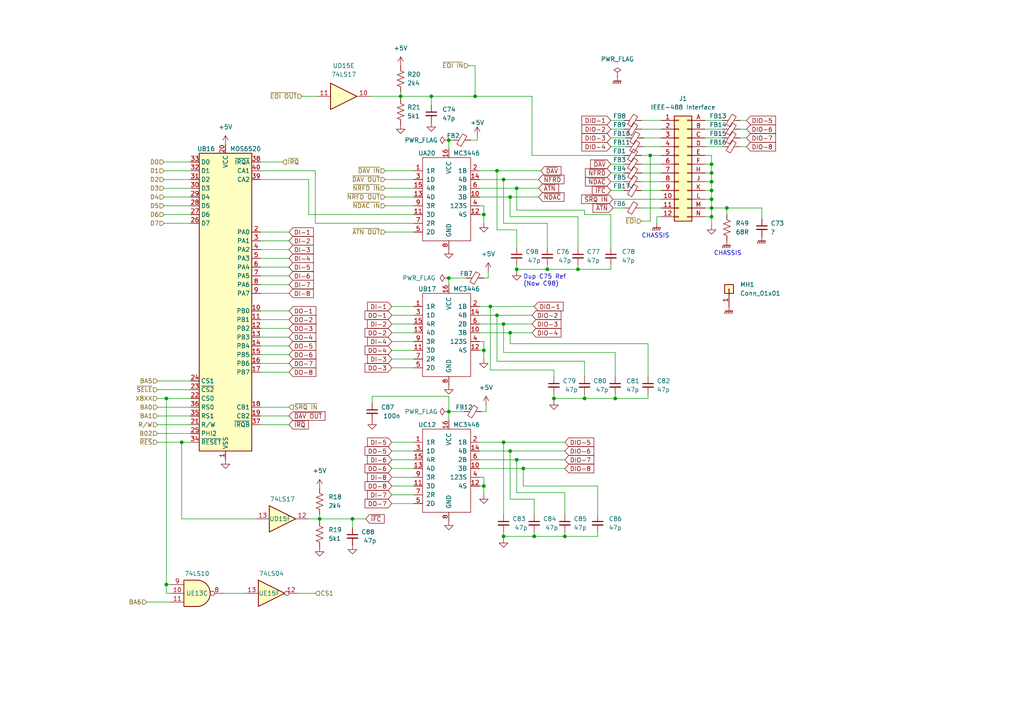
<source format=kicad_sch>
(kicad_sch (version 20250114) (generator "eeschema") (generator_version "9.0")
  (paper "A4")
  (title_block (title "IEEE 488 Interface") (rev "E") (company "Commodore") (comment 1 "Logic Diagram Universal PET") (comment 2 "8032081-02") (comment 3 "http://www.zimmers.net/anonftp/pub/cbm/schematics/computers/pet/univ/8032081-02.gif"))
  (text "CHASSIS" (at 207.01 74.295 0) (effects (font (size 1.27 1.27)) (justify left bottom)))
  (text "CHASSIS" (at 186.055 69.215 0) (effects (font (size 1.27 1.27)) (justify left bottom)))
  (text "Dup C75 Ref\n(Now C98)" (at 151.765 83.185 0) (effects (font (size 1.27 1.27)) (justify left bottom)))
  (junction (at 140.335 140.97))
  (junction (at 188.595 45.085))
  (junction (at 146.05 52.07))
  (junction (at 92.71 150.495))
  (junction (at 206.375 55.245))
  (junction (at 137.795 27.94))
  (junction (at 144.145 49.53))
  (junction (at 147.955 130.81))
  (junction (at 146.05 155.575))
  (junction (at 144.145 91.44))
  (junction (at 116.205 27.94))
  (junction (at 149.86 78.105))
  (junction (at 48.26 115.57))
  (junction (at 130.175 40.64))
  (junction (at 178.435 115.57))
  (junction (at 142.24 88.9))
  (junction (at 149.86 54.61))
  (junction (at 160.655 115.57))
  (junction (at 206.375 60.325))
  (junction (at 140.335 101.6))
  (junction (at 147.955 57.15))
  (junction (at 125.095 27.94))
  (junction (at 151.765 135.89))
  (junction (at 130.175 119.38))
  (junction (at 48.26 169.545))
  (junction (at 146.05 93.98))
  (junction (at 52.705 128.27))
  (junction (at 206.375 52.705))
  (junction (at 167.64 78.105))
  (junction (at 102.235 150.495))
  (junction (at 130.175 80.645))
  (junction (at 146.05 128.27))
  (junction (at 163.83 155.575))
  (junction (at 149.86 133.35))
  (junction (at 158.75 78.105))
  (junction (at 140.335 62.23))
  (junction (at 206.375 62.865))
  (junction (at 206.375 57.785))
  (junction (at 154.94 155.575))
  (junction (at 206.375 50.165))
  (junction (at 210.82 60.325))
  (junction (at 206.375 47.625))
  (junction (at 147.955 96.52))
  (junction (at 169.545 115.57))
  (wire (pts (xy 147.955 57.15) (xy 156.21 57.15)))
  (wire (pts (xy 75.565 118.11) (xy 83.82 118.11)))
  (wire (pts (xy 75.565 102.87) (xy 83.82 102.87)))
  (wire (pts (xy 139.065 91.44) (xy 144.145 91.44)))
  (wire (pts (xy 75.565 107.95) (xy 83.82 107.95)))
  (wire (pts (xy 147.955 130.81) (xy 147.955 144.78)))
  (wire (pts (xy 113.665 101.6) (xy 120.015 101.6)))
  (wire (pts (xy 47.625 57.15) (xy 55.245 57.15)))
  (wire (pts (xy 49.53 172.085) (xy 48.26 172.085)))
  (wire (pts (xy 113.665 130.81) (xy 120.015 130.81)))
  (wire (pts (xy 47.625 49.53) (xy 55.245 49.53)))
  (wire (pts (xy 113.665 99.06) (xy 120.015 99.06)))
  (wire (pts (xy 47.625 59.69) (xy 55.245 59.69)))
  (wire (pts (xy 177.165 71.755) (xy 177.165 62.23)))
  (wire (pts (xy 163.83 142.875) (xy 149.86 142.875)))
  (wire (pts (xy 160.655 107.315) (xy 142.24 107.315)))
  (wire (pts (xy 158.75 64.77) (xy 146.05 64.77)))
  (wire (pts (xy 138.43 40.64) (xy 138.43 39.37)))
  (wire (pts (xy 75.565 49.53) (xy 91.44 49.53)))
  (wire (pts (xy 158.75 76.835) (xy 158.75 78.105)))
  (wire (pts (xy 209.55 37.465) (xy 204.47 37.465)))
  (wire (pts (xy 75.565 105.41) (xy 83.82 105.41)))
  (wire (pts (xy 113.665 140.97) (xy 120.015 140.97)))
  (wire (pts (xy 160.655 114.3) (xy 160.655 115.57)))
  (wire (pts (xy 42.545 174.625) (xy 49.53 174.625)))
  (wire (pts (xy 206.375 60.325) (xy 206.375 62.865)))
  (wire (pts (xy 139.065 49.53) (xy 144.145 49.53)))
  (wire (pts (xy 113.665 143.51) (xy 120.015 143.51)))
  (wire (pts (xy 75.565 123.19) (xy 83.82 123.19)))
  (wire (pts (xy 147.955 62.865) (xy 147.955 57.15)))
  (wire (pts (xy 220.98 63.5) (xy 220.98 60.325)))
  (wire (pts (xy 149.86 66.675) (xy 149.86 71.755)))
  (wire (pts (xy 75.565 82.55) (xy 83.82 82.55)))
  (wire (pts (xy 139.065 62.23) (xy 140.335 62.23)))
  (wire (pts (xy 177.165 34.925) (xy 180.975 34.925)))
  (wire (pts (xy 75.565 90.17) (xy 83.82 90.17)))
  (wire (pts (xy 47.625 46.99) (xy 55.245 46.99)))
  (wire (pts (xy 209.55 40.005) (xy 204.47 40.005)))
  (wire (pts (xy 149.86 133.35) (xy 149.86 142.875)))
  (wire (pts (xy 149.86 76.835) (xy 149.86 78.105)))
  (wire (pts (xy 141.605 78.74) (xy 141.605 80.645)))
  (wire (pts (xy 113.665 128.27) (xy 120.015 128.27)))
  (wire (pts (xy 45.72 123.19) (xy 55.245 123.19)))
  (wire (pts (xy 75.565 46.99) (xy 81.915 46.99)))
  (wire (pts (xy 134.62 119.38) (xy 130.175 119.38)))
  (wire (pts (xy 142.24 88.9) (xy 142.24 107.315)))
  (wire (pts (xy 177.165 50.165) (xy 180.975 50.165)))
  (wire (pts (xy 116.205 26.67) (xy 116.205 27.94)))
  (wire (pts (xy 113.665 133.35) (xy 120.015 133.35)))
  (wire (pts (xy 204.47 55.245) (xy 206.375 55.245)))
  (wire (pts (xy 139.065 140.97) (xy 140.335 140.97)))
  (wire (pts (xy 87.63 27.94) (xy 92.075 27.94)))
  (wire (pts (xy 147.955 99.695) (xy 147.955 96.52)))
  (wire (pts (xy 177.165 37.465) (xy 180.975 37.465)))
  (wire (pts (xy 140.335 59.69) (xy 139.065 59.69)))
  (wire (pts (xy 204.47 62.865) (xy 206.375 62.865)))
  (wire (pts (xy 102.235 150.495) (xy 106.045 150.495)))
  (wire (pts (xy 113.665 93.98) (xy 120.015 93.98)))
  (wire (pts (xy 169.545 60.96) (xy 149.86 60.96)))
  (wire (pts (xy 186.055 52.705) (xy 191.77 52.705)))
  (wire (pts (xy 178.435 102.235) (xy 146.05 102.235)))
  (wire (pts (xy 130.175 119.38) (xy 130.175 121.92)))
  (wire (pts (xy 125.095 27.94) (xy 137.795 27.94)))
  (wire (pts (xy 149.86 78.105) (xy 149.86 78.74)))
  (wire (pts (xy 206.375 50.165) (xy 206.375 52.705)))
  (wire (pts (xy 111.76 67.31) (xy 120.015 67.31)))
  (wire (pts (xy 149.86 66.675) (xy 144.145 66.675)))
  (wire (pts (xy 52.705 128.27) (xy 55.245 128.27)))
  (wire (pts (xy 177.165 42.545) (xy 181.61 42.545)))
  (wire (pts (xy 139.065 52.07) (xy 146.05 52.07)))
  (wire (pts (xy 178.435 115.57) (xy 187.96 115.57)))
  (wire (pts (xy 173.355 154.305) (xy 173.355 155.575)))
  (wire (pts (xy 113.665 138.43) (xy 120.015 138.43)))
  (wire (pts (xy 146.05 102.235) (xy 146.05 93.98)))
  (wire (pts (xy 75.565 92.71) (xy 83.82 92.71)))
  (wire (pts (xy 163.83 154.305) (xy 163.83 155.575)))
  (wire (pts (xy 147.955 130.81) (xy 139.065 130.81)))
  (wire (pts (xy 163.83 155.575) (xy 173.355 155.575)))
  (wire (pts (xy 206.375 60.325) (xy 210.82 60.325)))
  (wire (pts (xy 91.44 49.53) (xy 91.44 64.77)))
  (wire (pts (xy 140.335 101.6) (xy 140.335 99.06)))
  (wire (pts (xy 113.665 135.89) (xy 120.015 135.89)))
  (wire (pts (xy 149.86 78.105) (xy 158.75 78.105)))
  (wire (pts (xy 75.565 85.09) (xy 83.82 85.09)))
  (wire (pts (xy 177.8 57.785) (xy 191.77 57.785)))
  (wire (pts (xy 206.375 47.625) (xy 206.375 50.165)))
  (wire (pts (xy 130.175 114.935) (xy 130.175 119.38)))
  (wire (pts (xy 140.97 119.38) (xy 139.7 119.38)))
  (wire (pts (xy 177.165 76.835) (xy 177.165 78.105)))
  (wire (pts (xy 169.545 104.775) (xy 169.545 109.22)))
  (wire (pts (xy 146.05 93.98) (xy 154.305 93.98)))
  (wire (pts (xy 113.665 88.9) (xy 120.015 88.9)))
  (wire (pts (xy 45.72 118.11) (xy 55.245 118.11)))
  (wire (pts (xy 154.94 155.575) (xy 163.83 155.575)))
  (wire (pts (xy 89.535 62.23) (xy 89.535 52.07)))
  (wire (pts (xy 163.83 133.35) (xy 149.86 133.35)))
  (wire (pts (xy 139.065 101.6) (xy 140.335 101.6)))
  (wire (pts (xy 204.47 42.545) (xy 209.55 42.545)))
  (wire (pts (xy 206.375 52.705) (xy 206.375 55.245)))
  (wire (pts (xy 111.76 54.61) (xy 120.015 54.61)))
  (wire (pts (xy 167.64 71.755) (xy 167.64 62.865)))
  (wire (pts (xy 204.47 52.705) (xy 206.375 52.705)))
  (wire (pts (xy 139.065 96.52) (xy 147.955 96.52)))
  (wire (pts (xy 206.375 57.785) (xy 206.375 60.325)))
  (wire (pts (xy 139.065 57.15) (xy 147.955 57.15)))
  (wire (pts (xy 113.665 106.68) (xy 120.015 106.68)))
  (wire (pts (xy 154.94 144.78) (xy 154.94 149.225)))
  (wire (pts (xy 45.72 125.73) (xy 55.245 125.73)))
  (wire (pts (xy 187.96 109.22) (xy 187.96 99.695)))
  (wire (pts (xy 75.565 97.79) (xy 83.82 97.79)))
  (wire (pts (xy 167.64 62.865) (xy 147.955 62.865)))
  (wire (pts (xy 214.63 40.005) (xy 216.535 40.005)))
  (wire (pts (xy 116.205 27.94) (xy 116.205 28.575)))
  (wire (pts (xy 177.165 62.23) (xy 169.545 62.23)))
  (wire (pts (xy 89.535 62.23) (xy 120.015 62.23)))
  (wire (pts (xy 130.175 80.645) (xy 130.175 82.55)))
  (wire (pts (xy 139.065 135.89) (xy 151.765 135.89)))
  (wire (pts (xy 204.47 60.325) (xy 206.375 60.325)))
  (wire (pts (xy 137.795 19.05) (xy 137.795 27.94)))
  (wire (pts (xy 144.145 49.53) (xy 144.145 66.675)))
  (wire (pts (xy 107.315 27.94) (xy 116.205 27.94)))
  (wire (pts (xy 147.955 96.52) (xy 154.305 96.52)))
  (wire (pts (xy 139.065 88.9) (xy 142.24 88.9)))
  (wire (pts (xy 154.94 144.78) (xy 147.955 144.78)))
  (wire (pts (xy 206.375 55.245) (xy 206.375 57.785)))
  (wire (pts (xy 140.97 117.475) (xy 140.97 119.38)))
  (wire (pts (xy 140.335 138.43) (xy 139.065 138.43)))
  (wire (pts (xy 149.86 54.61) (xy 149.86 60.96)))
  (wire (pts (xy 146.05 155.575) (xy 146.05 156.21)))
  (wire (pts (xy 131.445 40.64) (xy 130.175 40.64)))
  (wire (pts (xy 160.655 109.22) (xy 160.655 107.315)))
  (wire (pts (xy 186.69 42.545) (xy 191.77 42.545)))
  (wire (pts (xy 144.145 49.53) (xy 156.845 49.53)))
  (wire (pts (xy 146.05 155.575) (xy 154.94 155.575)))
  (wire (pts (xy 169.545 115.57) (xy 178.435 115.57)))
  (wire (pts (xy 154.305 45.085) (xy 180.975 45.085)))
  (wire (pts (xy 47.625 54.61) (xy 55.245 54.61)))
  (wire (pts (xy 111.76 52.07) (xy 120.015 52.07)))
  (wire (pts (xy 141.605 80.645) (xy 140.335 80.645)))
  (wire (pts (xy 187.96 99.695) (xy 147.955 99.695)))
  (wire (pts (xy 220.98 60.325) (xy 210.82 60.325)))
  (wire (pts (xy 177.165 55.245) (xy 180.975 55.245)))
  (wire (pts (xy 140.335 64.77) (xy 140.335 62.23)))
  (wire (pts (xy 149.86 133.35) (xy 139.065 133.35)))
  (wire (pts (xy 139.065 93.98) (xy 146.05 93.98)))
  (wire (pts (xy 142.24 88.9) (xy 154.94 88.9)))
  (wire (pts (xy 140.335 99.06) (xy 139.065 99.06)))
  (wire (pts (xy 130.175 40.64) (xy 130.175 43.18)))
  (wire (pts (xy 186.055 45.085) (xy 188.595 45.085)))
  (wire (pts (xy 163.83 130.81) (xy 147.955 130.81)))
  (wire (pts (xy 151.765 135.89) (xy 163.83 135.89)))
  (wire (pts (xy 125.095 27.94) (xy 125.095 30.48)))
  (wire (pts (xy 113.665 146.05) (xy 120.015 146.05)))
  (wire (pts (xy 186.055 55.245) (xy 191.77 55.245)))
  (wire (pts (xy 191.77 62.865) (xy 190.5 62.865)))
  (wire (pts (xy 146.05 52.07) (xy 156.21 52.07)))
  (wire (pts (xy 135.89 19.05) (xy 137.795 19.05)))
  (wire (pts (xy 111.76 49.53) (xy 120.015 49.53)))
  (wire (pts (xy 102.235 150.495) (xy 102.235 153.035)))
  (wire (pts (xy 140.335 143.51) (xy 140.335 140.97)))
  (wire (pts (xy 49.53 169.545) (xy 48.26 169.545)))
  (wire (pts (xy 167.64 76.835) (xy 167.64 78.105)))
  (wire (pts (xy 139.065 54.61) (xy 149.86 54.61)))
  (wire (pts (xy 89.535 150.495) (xy 92.71 150.495)))
  (wire (pts (xy 169.545 114.3) (xy 169.545 115.57)))
  (wire (pts (xy 107.95 114.935) (xy 130.175 114.935)))
  (wire (pts (xy 45.72 110.49) (xy 55.245 110.49)))
  (wire (pts (xy 137.795 27.94) (xy 154.305 27.94)))
  (wire (pts (xy 160.655 115.57) (xy 169.545 115.57)))
  (wire (pts (xy 149.86 54.61) (xy 156.21 54.61)))
  (wire (pts (xy 204.47 47.625) (xy 206.375 47.625)))
  (wire (pts (xy 111.76 57.15) (xy 120.015 57.15)))
  (wire (pts (xy 214.63 42.545) (xy 216.535 42.545)))
  (wire (pts (xy 92.71 149.225) (xy 92.71 150.495)))
  (wire (pts (xy 107.95 116.84) (xy 107.95 114.935)))
  (wire (pts (xy 186.055 37.465) (xy 191.77 37.465)))
  (wire (pts (xy 158.75 71.755) (xy 158.75 64.77)))
  (wire (pts (xy 113.665 91.44) (xy 120.015 91.44)))
  (wire (pts (xy 113.665 104.14) (xy 120.015 104.14)))
  (wire (pts (xy 188.595 45.085) (xy 191.77 45.085)))
  (wire (pts (xy 186.055 50.165) (xy 191.77 50.165)))
  (wire (pts (xy 190.5 62.865) (xy 190.5 64.77)))
  (wire (pts (xy 89.535 52.07) (xy 75.565 52.07)))
  (wire (pts (xy 113.665 96.52) (xy 120.015 96.52)))
  (wire (pts (xy 45.72 113.03) (xy 55.245 113.03)))
  (wire (pts (xy 135.255 80.645) (xy 130.175 80.645)))
  (wire (pts (xy 144.145 91.44) (xy 154.305 91.44)))
  (wire (pts (xy 140.335 140.97) (xy 140.335 138.43)))
  (wire (pts (xy 169.545 62.23) (xy 169.545 60.96)))
  (wire (pts (xy 167.64 78.105) (xy 177.165 78.105)))
  (wire (pts (xy 45.72 120.65) (xy 55.245 120.65)))
  (wire (pts (xy 75.565 120.65) (xy 83.82 120.65)))
  (wire (pts (xy 186.69 40.005) (xy 191.77 40.005)))
  (wire (pts (xy 214.63 34.925) (xy 216.535 34.925)))
  (wire (pts (xy 177.165 47.625) (xy 180.975 47.625)))
  (wire (pts (xy 173.355 140.97) (xy 151.765 140.97)))
  (wire (pts (xy 204.47 34.925) (xy 209.55 34.925)))
  (wire (pts (xy 140.335 62.23) (xy 140.335 59.69)))
  (wire (pts (xy 45.72 128.27) (xy 52.705 128.27)))
  (wire (pts (xy 210.82 62.23) (xy 210.82 60.325)))
  (wire (pts (xy 186.055 34.925) (xy 191.77 34.925)))
  (wire (pts (xy 214.63 37.465) (xy 216.535 37.465)))
  (wire (pts (xy 163.83 149.225) (xy 163.83 142.875)))
  (wire (pts (xy 146.05 52.07) (xy 146.05 64.77)))
  (wire (pts (xy 144.145 104.775) (xy 144.145 91.44)))
  (wire (pts (xy 92.71 150.495) (xy 102.235 150.495)))
  (wire (pts (xy 186.055 64.135) (xy 188.595 64.135)))
  (wire (pts (xy 47.625 52.07) (xy 55.245 52.07)))
  (wire (pts (xy 186.055 47.625) (xy 191.77 47.625)))
  (wire (pts (xy 154.94 154.305) (xy 154.94 155.575)))
  (wire (pts (xy 75.565 100.33) (xy 83.82 100.33)))
  (wire (pts (xy 206.375 62.865) (xy 206.375 65.405)))
  (wire (pts (xy 86.36 172.085) (xy 91.44 172.085)))
  (wire (pts (xy 146.05 128.27) (xy 139.065 128.27)))
  (wire (pts (xy 92.71 150.495) (xy 92.71 151.13)))
  (wire (pts (xy 146.05 154.305) (xy 146.05 155.575)))
  (wire (pts (xy 160.655 115.57) (xy 160.655 116.205)))
  (wire (pts (xy 47.625 64.77) (xy 55.245 64.77)))
  (wire (pts (xy 204.47 45.085) (xy 206.375 45.085)))
  (wire (pts (xy 154.305 45.085) (xy 154.305 27.94)))
  (wire (pts (xy 177.165 40.005) (xy 181.61 40.005)))
  (wire (pts (xy 158.75 78.105) (xy 167.64 78.105)))
  (wire (pts (xy 75.565 74.93) (xy 83.82 74.93)))
  (wire (pts (xy 178.435 109.22) (xy 178.435 102.235)))
  (wire (pts (xy 48.26 115.57) (xy 55.245 115.57)))
  (wire (pts (xy 48.26 172.085) (xy 48.26 169.545)))
  (wire (pts (xy 204.47 50.165) (xy 206.375 50.165)))
  (wire (pts (xy 75.565 95.25) (xy 83.82 95.25)))
  (wire (pts (xy 186.055 60.325) (xy 191.77 60.325)))
  (wire (pts (xy 206.375 45.085) (xy 206.375 47.625)))
  (wire (pts (xy 146.05 128.27) (xy 146.05 149.225)))
  (wire (pts (xy 91.44 64.77) (xy 120.015 64.77)))
  (wire (pts (xy 75.565 69.85) (xy 83.82 69.85)))
  (wire (pts (xy 188.595 64.135) (xy 188.595 45.085)))
  (wire (pts (xy 187.96 114.3) (xy 187.96 115.57)))
  (wire (pts (xy 151.765 135.89) (xy 151.765 140.97)))
  (wire (pts (xy 163.83 128.27) (xy 146.05 128.27)))
  (wire (pts (xy 45.72 115.57) (xy 48.26 115.57)))
  (wire (pts (xy 47.625 62.23) (xy 55.245 62.23)))
  (wire (pts (xy 177.8 60.325) (xy 180.975 60.325)))
  (wire (pts (xy 204.47 57.785) (xy 206.375 57.785)))
  (wire (pts (xy 178.435 114.3) (xy 178.435 115.57)))
  (wire (pts (xy 140.335 104.14) (xy 140.335 101.6)))
  (wire (pts (xy 74.295 150.495) (xy 52.705 150.495)))
  (wire (pts (xy 173.355 149.225) (xy 173.355 140.97)))
  (wire (pts (xy 136.525 40.64) (xy 138.43 40.64)))
  (wire (pts (xy 75.565 77.47) (xy 83.82 77.47)))
  (wire (pts (xy 75.565 72.39) (xy 83.82 72.39)))
  (wire (pts (xy 116.205 27.94) (xy 125.095 27.94)))
  (wire (pts (xy 48.26 115.57) (xy 48.26 169.545)))
  (wire (pts (xy 111.76 59.69) (xy 120.015 59.69)))
  (wire (pts (xy 75.565 67.31) (xy 83.82 67.31)))
  (wire (pts (xy 52.705 150.495) (xy 52.705 128.27)))
  (wire (pts (xy 177.165 52.705) (xy 180.975 52.705)))
  (wire (pts (xy 64.77 172.085) (xy 71.12 172.085)))
  (wire (pts (xy 169.545 104.775) (xy 144.145 104.775)))
  (wire (pts (xy 75.565 80.01) (xy 83.82 80.01)))
  (global_label "DO-6" (shape input) (at 113.665 135.89 180) (property "Intersheetrefs" "${INTERSHEET_REFS}" (effects (hide yes))))
  (global_label "~{NDAC}" (shape input) (at 156.21 57.15 0) (property "Intersheetrefs" "${INTERSHEET_REFS}" (effects (hide yes))))
  (global_label "~{NFRD}" (shape input) (at 156.21 52.07 0) (property "Intersheetrefs" "${INTERSHEET_REFS}" (effects (hide yes))))
  (global_label "DIO-7" (shape input) (at 216.535 40.005 0) (property "Intersheetrefs" "${INTERSHEET_REFS}" (effects (hide yes))))
  (global_label "DIO-4" (shape input) (at 154.305 96.52 0) (property "Intersheetrefs" "${INTERSHEET_REFS}" (effects (hide yes))))
  (global_label "DIO-6" (shape input) (at 216.535 37.465 0) (property "Intersheetrefs" "${INTERSHEET_REFS}" (effects (hide yes))))
  (global_label "DI-3" (shape input) (at 83.82 72.39 0) (property "Intersheetrefs" "${INTERSHEET_REFS}" (effects (hide yes))))
  (global_label "DO-8" (shape input) (at 113.665 140.97 180) (property "Intersheetrefs" "${INTERSHEET_REFS}" (effects (hide yes))))
  (global_label "DO-2" (shape input) (at 83.82 92.71 0) (property "Intersheetrefs" "${INTERSHEET_REFS}" (effects (hide yes))))
  (global_label "~{SRQ IN}" (shape input) (at 177.8 57.785 180) (property "Intersheetrefs" "${INTERSHEET_REFS}" (effects (hide yes))))
  (global_label "DIO-2" (shape input) (at 177.165 37.465 180) (property "Intersheetrefs" "${INTERSHEET_REFS}" (effects (hide yes))))
  (global_label "DIO-7" (shape input) (at 163.83 133.35 0) (property "Intersheetrefs" "${INTERSHEET_REFS}" (effects (hide yes))))
  (global_label "DIO-1" (shape input) (at 154.94 88.9 0) (property "Intersheetrefs" "${INTERSHEET_REFS}" (effects (hide yes))))
  (global_label "DO-1" (shape input) (at 113.665 91.44 180) (property "Intersheetrefs" "${INTERSHEET_REFS}" (effects (hide yes))))
  (global_label "DO-6" (shape input) (at 83.82 102.87 0) (property "Intersheetrefs" "${INTERSHEET_REFS}" (effects (hide yes))))
  (global_label "~{NDAC}" (shape input) (at 177.165 52.705 180) (property "Intersheetrefs" "${INTERSHEET_REFS}" (effects (hide yes))))
  (global_label "DI-8" (shape input) (at 113.665 138.43 180) (property "Intersheetrefs" "${INTERSHEET_REFS}" (effects (hide yes))))
  (global_label "DIO-8" (shape input) (at 163.83 135.89 0) (property "Intersheetrefs" "${INTERSHEET_REFS}" (effects (hide yes))))
  (global_label "DIO-1" (shape input) (at 177.165 34.925 180) (property "Intersheetrefs" "${INTERSHEET_REFS}" (effects (hide yes))))
  (global_label "DIO-3" (shape input) (at 177.165 40.005 180) (property "Intersheetrefs" "${INTERSHEET_REFS}" (effects (hide yes))))
  (global_label "DI-4" (shape input) (at 83.82 74.93 0) (property "Intersheetrefs" "${INTERSHEET_REFS}" (effects (hide yes))))
  (global_label "DIO-3" (shape input) (at 154.305 93.98 0) (property "Intersheetrefs" "${INTERSHEET_REFS}" (effects (hide yes))))
  (global_label "DO-5" (shape input) (at 83.82 100.33 0) (property "Intersheetrefs" "${INTERSHEET_REFS}" (effects (hide yes))))
  (global_label "DI-5" (shape input) (at 113.665 128.27 180) (property "Intersheetrefs" "${INTERSHEET_REFS}" (effects (hide yes))))
  (global_label "~{NFRD}" (shape input) (at 177.165 50.165 180) (property "Intersheetrefs" "${INTERSHEET_REFS}" (effects (hide yes))))
  (global_label "~{DAV}" (shape input) (at 156.845 49.53 0) (property "Intersheetrefs" "${INTERSHEET_REFS}" (effects (hide yes))))
  (global_label "DI-2" (shape input) (at 83.82 69.85 0) (property "Intersheetrefs" "${INTERSHEET_REFS}" (effects (hide yes))))
  (global_label "DO-7" (shape input) (at 113.665 146.05 180) (property "Intersheetrefs" "${INTERSHEET_REFS}" (effects (hide yes))))
  (global_label "DO-8" (shape input) (at 83.82 107.95 0) (property "Intersheetrefs" "${INTERSHEET_REFS}" (effects (hide yes))))
  (global_label "DI-2" (shape input) (at 113.665 93.98 180) (property "Intersheetrefs" "${INTERSHEET_REFS}" (effects (hide yes))))
  (global_label "DO-4" (shape input) (at 83.82 97.79 0) (property "Intersheetrefs" "${INTERSHEET_REFS}" (effects (hide yes))))
  (global_label "DI-6" (shape input) (at 83.82 80.01 0) (property "Intersheetrefs" "${INTERSHEET_REFS}" (effects (hide yes))))
  (global_label "~{IRQ}" (shape input) (at 83.82 123.19 0) (property "Intersheetrefs" "${INTERSHEET_REFS}" (effects (hide yes))))
  (global_label "DI-3" (shape input) (at 113.665 104.14 180) (property "Intersheetrefs" "${INTERSHEET_REFS}" (effects (hide yes))))
  (global_label "DIO-5" (shape input) (at 216.535 34.925 0) (property "Intersheetrefs" "${INTERSHEET_REFS}" (effects (hide yes))))
  (global_label "DI-8" (shape input) (at 83.82 85.09 0) (property "Intersheetrefs" "${INTERSHEET_REFS}" (effects (hide yes))))
  (global_label "DI-4" (shape input) (at 113.665 99.06 180) (property "Intersheetrefs" "${INTERSHEET_REFS}" (effects (hide yes))))
  (global_label "~{DAV}" (shape input) (at 177.165 47.625 180) (property "Intersheetrefs" "${INTERSHEET_REFS}" (effects (hide yes))))
  (global_label "~{ATN}" (shape input) (at 156.21 54.61 0) (property "Intersheetrefs" "${INTERSHEET_REFS}" (effects (hide yes))))
  (global_label "DO-1" (shape input) (at 83.82 90.17 0) (property "Intersheetrefs" "${INTERSHEET_REFS}" (effects (hide yes))))
  (global_label "DIO-8" (shape input) (at 216.535 42.545 0) (property "Intersheetrefs" "${INTERSHEET_REFS}" (effects (hide yes))))
  (global_label "DI-7" (shape input) (at 113.665 143.51 180) (property "Intersheetrefs" "${INTERSHEET_REFS}" (effects (hide yes))))
  (global_label "DI-1" (shape input) (at 83.82 67.31 0) (property "Intersheetrefs" "${INTERSHEET_REFS}" (effects (hide yes))))
  (global_label "~{IFC}" (shape input) (at 106.045 150.495 0) (property "Intersheetrefs" "${INTERSHEET_REFS}" (effects (hide yes))))
  (global_label "DI-1" (shape input) (at 113.665 88.9 180) (property "Intersheetrefs" "${INTERSHEET_REFS}" (effects (hide yes))))
  (global_label "DO-3" (shape input) (at 83.82 95.25 0) (property "Intersheetrefs" "${INTERSHEET_REFS}" (effects (hide yes))))
  (global_label "~{ATN}" (shape input) (at 177.8 60.325 180) (property "Intersheetrefs" "${INTERSHEET_REFS}" (effects (hide yes))))
  (global_label "DI-6" (shape input) (at 113.665 133.35 180) (property "Intersheetrefs" "${INTERSHEET_REFS}" (effects (hide yes))))
  (global_label "DIO-5" (shape input) (at 163.83 128.27 0) (property "Intersheetrefs" "${INTERSHEET_REFS}" (effects (hide yes))))
  (global_label "DI-5" (shape input) (at 83.82 77.47 0) (property "Intersheetrefs" "${INTERSHEET_REFS}" (effects (hide yes))))
  (global_label "~{IFC}" (shape input) (at 177.165 55.245 180) (property "Intersheetrefs" "${INTERSHEET_REFS}" (effects (hide yes))))
  (global_label "DIO-6" (shape input) (at 163.83 130.81 0) (property "Intersheetrefs" "${INTERSHEET_REFS}" (effects (hide yes))))
  (global_label "DIO-4" (shape input) (at 177.165 42.545 180) (property "Intersheetrefs" "${INTERSHEET_REFS}" (effects (hide yes))))
  (global_label "DO-3" (shape input) (at 113.665 106.68 180) (property "Intersheetrefs" "${INTERSHEET_REFS}" (effects (hide yes))))
  (global_label "DO-5" (shape input) (at 113.665 130.81 180) (property "Intersheetrefs" "${INTERSHEET_REFS}" (effects (hide yes))))
  (global_label "DO-4" (shape input) (at 113.665 101.6 180) (property "Intersheetrefs" "${INTERSHEET_REFS}" (effects (hide yes))))
  (global_label "DO-2" (shape input) (at 113.665 96.52 180) (property "Intersheetrefs" "${INTERSHEET_REFS}" (effects (hide yes))))
  (global_label "DIO-2" (shape input) (at 154.305 91.44 0) (property "Intersheetrefs" "${INTERSHEET_REFS}" (effects (hide yes))))
  (global_label "DI-7" (shape input) (at 83.82 82.55 0) (property "Intersheetrefs" "${INTERSHEET_REFS}" (effects (hide yes))))
  (global_label "DO-7" (shape input) (at 83.82 105.41 0) (property "Intersheetrefs" "${INTERSHEET_REFS}" (effects (hide yes))))
  (global_label "~{DAV OUT}" (shape input) (at 83.82 120.65 0) (property "Intersheetrefs" "${INTERSHEET_REFS}" (effects (hide yes))))
  (hierarchical_label "~{EOI}" (shape input) (at 186.055 64.135 180))
  (hierarchical_label "BA1" (shape input) (at 45.72 120.65 180))
  (hierarchical_label "R{slash}W" (shape input) (at 45.72 123.19 180))
  (hierarchical_label "~{NRFD IN}" (shape input) (at 111.76 54.61 180))
  (hierarchical_label "~{DAV OUT}" (shape input) (at 111.76 52.07 180))
  (hierarchical_label "B02" (shape input) (at 45.72 125.73 180))
  (hierarchical_label "~{SELE}" (shape input) (at 45.72 113.03 180))
  (hierarchical_label "BA0" (shape input) (at 45.72 118.11 180))
  (hierarchical_label "~{EOI IN}" (shape input) (at 135.89 19.05 180))
  (hierarchical_label "~{NDAC IN}" (shape input) (at 111.76 59.69 180))
  (hierarchical_label "CS1" (shape input) (at 91.44 172.085 0))
  (hierarchical_label "D6" (shape input) (at 47.625 62.23 180))
  (hierarchical_label "D1" (shape input) (at 47.625 49.53 180))
  (hierarchical_label "BA6" (shape input) (at 42.545 174.625 180))
  (hierarchical_label "X8XX" (shape input) (at 45.72 115.57 180))
  (hierarchical_label "~{NRFD OUT}" (shape input) (at 111.76 57.15 180))
  (hierarchical_label "BA5" (shape input) (at 45.72 110.49 180))
  (hierarchical_label "D5" (shape input) (at 47.625 59.69 180))
  (hierarchical_label "D2" (shape input) (at 47.625 52.07 180))
  (hierarchical_label "D7" (shape input) (at 47.625 64.77 180))
  (hierarchical_label "D4" (shape input) (at 47.625 57.15 180))
  (hierarchical_label "~{DAV IN}" (shape input) (at 111.76 49.53 180))
  (hierarchical_label "~{SRQ IN}" (shape input) (at 83.82 118.11 0))
  (hierarchical_label "D3" (shape input) (at 47.625 54.61 180))
  (hierarchical_label "~{RES}" (shape input) (at 45.72 128.27 180))
  (hierarchical_label "D0" (shape input) (at 47.625 46.99 180))
  (hierarchical_label "~{IRQ}" (shape input) (at 81.915 46.99 0))
  (hierarchical_label "~{ATN OUT}" (shape input) (at 111.76 67.31 180))
  (hierarchical_label "~{EOI OUT}" (shape input) (at 87.63 27.94 180))
  (symbol (lib_id "power:GNDPWR") (at 179.07 22.225 0) (unit 1)
    (property "Reference" "#PWR0297" (effects (hide yes)))
    (property "Value" "GNDPWR" (effects (hide yes)))
  )
  (symbol (lib_id "power:GND") (at 107.95 121.92 0) (unit 1)
    (property "Reference" "#PWR0323" (effects (hide yes)))
    (property "Value" "GND" (effects (hide yes)))
  )
  (symbol (lib_id "74xx:74LS10") (at 57.15 172.085 0) (unit 3)
    (property "Reference" "UE13" (at 57.15 172.085 0))
    (property "Value" "74LS10" (at 57.1417 166.37 0))
    (property "Footprint" "Package_DIP:DIP-14_W7.62mm" (effects (hide yes)))
    (property "Datasheet" "http://www.ti.com/lit/gpn/sn74LS10" (effects (hide yes)))
  )
  (symbol (lib_id "power:+5V") (at 65.405 41.91 0) (unit 1)
    (property "Reference" "#PWR082" (effects (hide yes)))
    (property "Value" "+5V" (at 65.405 36.83 0))
  )
  (symbol (lib_id "Device:C_Small") (at 187.96 111.76 0) (unit 1)
    (property "Reference" "C82" (at 190.5 110.4963 0) (effects (justify left)))
    (property "Value" "47p" (at 190.5 113.0363 0) (effects (justify left)))
    (property "Footprint" "Capacitors:C_Axial" (effects (hide yes)))
  )
  (symbol (lib_id "Device:FerriteBead_Small") (at 212.09 40.005 90) (unit 1)
    (property "Reference" "FB15" (at 208.28 38.735 90))
    (property "Value" "Ferrite Bead" (effects (hide yes)))
    (property "Footprint" "Ferrite:FerriteBead" (effects (hide yes)))
  )
  (symbol (lib_id "Device:FerriteBead_Small") (at 212.09 42.545 90) (unit 1)
    (property "Reference" "FB16" (at 208.28 41.275 90))
    (property "Value" "Ferrite Bead" (effects (hide yes)))
    (property "Footprint" "Ferrite:FerriteBead" (effects (hide yes)))
  )
  (symbol (lib_id "Device:FerriteBead_Small") (at 183.515 47.625 90) (unit 1)
    (property "Reference" "FB3" (at 179.705 46.355 90))
    (property "Value" "Ferrite Bead" (effects (hide yes)))
    (property "Footprint" "Ferrite:FerriteBead" (effects (hide yes)))
  )
  (symbol (lib_id "power:+5V") (at 116.205 19.05 0) (unit 1)
    (property "Reference" "#PWR087" (effects (hide yes)))
    (property "Value" "+5V" (at 116.205 13.97 0))
  )
  (symbol (lib_id "Device:C_Small") (at 154.94 151.765 0) (unit 1)
    (property "Reference" "C84" (at 157.48 150.495 0) (effects (justify left)))
    (property "Value" "47p" (at 158.115 153.0413 0) (effects (justify left)))
    (property "Footprint" "Capacitors:C_Axial" (effects (hide yes)))
  )
  (symbol (lib_id "Device:FerriteBead_Small") (at 133.985 40.64 90) (unit 1)
    (property "Reference" "FB2" (at 131.445 39.37 90))
    (property "Value" "Ferrite Bead" (effects (hide yes)))
    (property "Footprint" "Ferrite:FerriteBead" (effects (hide yes)))
  )
  (symbol (lib_id "Device:FerriteBead_Small") (at 212.09 37.465 90) (unit 1)
    (property "Reference" "FB14" (at 208.28 36.195 90))
    (property "Value" "Ferrite Bead" (effects (hide yes)))
    (property "Footprint" "Ferrite:FerriteBead" (effects (hide yes)))
  )
  (symbol (lib_id "Device:FerriteBead_Small") (at 183.515 34.925 90) (unit 1)
    (property "Reference" "FB8" (at 179.705 33.655 90))
    (property "Value" "Ferrite Bead" (effects (hide yes)))
    (property "Footprint" "Ferrite:FerriteBead" (effects (hide yes)))
  )
  (symbol (lib_name "MC3446_1") (lib_id "Logic:MC3446") (at 133.985 128.27 0) (unit 1)
    (property "Reference" "UC12" (at 121.285 123.19 0) (effects (justify left)))
    (property "Value" "MC3446" (at 131.445 123.19 0) (effects (justify left)))
    (property "Footprint" "Package_DIP:DIP-16_W7.62mm" (effects (hide yes)))
  )
  (symbol (lib_id "Device:R_US") (at 116.205 22.86 180) (unit 1)
    (property "Reference" "R20" (at 118.11 21.59 0) (effects (justify right)))
    (property "Value" "2k4" (at 118.11 24.13 0) (effects (justify right)))
    (property "Footprint" "Resistors:R_Axial" (effects (hide yes)))
  )
  (symbol (lib_id "power:+5V") (at 138.43 39.37 0) (unit 1)
    (property "Reference" "#PWR083" (effects (hide yes)))
    (property "Value" "+5V" (at 138.43 35.56 0))
  )
  (symbol (lib_id "Device:C_Small") (at 167.64 74.295 0) (unit 1)
    (property "Reference" "C77" (at 170.18 73.0313 0) (effects (justify left)))
    (property "Value" "47p" (at 170.18 75.5713 0) (effects (justify left)))
    (property "Footprint" "Capacitors:C_Axial" (effects (hide yes)))
  )
  (symbol (lib_id "power:PWR_FLAG") (at 179.07 22.225 0) (unit 1)
    (property "Reference" "#FLG05" (effects (hide yes)))
    (property "Value" "PWR_FLAG" (at 179.07 17.145 0))
  )
  (symbol (lib_id "Device:R_US") (at 92.71 145.415 180) (unit 1)
    (property "Reference" "R18" (at 95.25 144.145 0) (effects (justify right)))
    (property "Value" "2k4" (at 95.25 146.685 0) (effects (justify right)))
    (property "Footprint" "Resistors:R_Axial" (effects (hide yes)))
  )
  (symbol (lib_id "power:PWR_FLAG") (at 130.175 40.64 90) (unit 1)
    (property "Reference" "#FLG06" (effects (hide yes)))
    (property "Value" "PWR_FLAG" (at 127 40.64 90) (effects (justify left)))
  )
  (symbol (lib_id "Device:R_US") (at 210.82 66.04 180) (unit 1)
    (property "Reference" "R49" (at 213.36 64.77 0) (effects (justify right)))
    (property "Value" "68R" (at 213.36 67.31 0) (effects (justify right)))
    (property "Footprint" "Resistors:R_Axial" (effects (hide yes)))
  )
  (symbol (lib_id "power:GND") (at 160.655 116.205 0) (unit 1)
    (property "Reference" "#PWR0318" (effects (hide yes)))
    (property "Value" "GND" (effects (hide yes)))
  )
  (symbol (lib_id "Device:C_Small") (at 220.98 66.04 0) (unit 1) (in_bom no)
    (property "Reference" "C73" (at 223.52 64.7763 0) (effects (justify left)))
    (property "Value" "?" (at 223.52 67.3163 0) (effects (justify left)))
    (property "Footprint" "Capacitors:C_Axial" (effects (hide yes)))
  )
  (symbol (lib_id "Device:C_Small") (at 125.095 33.02 0) (unit 1)
    (property "Reference" "C74" (at 128.27 31.7563 0) (effects (justify left)))
    (property "Value" "47p" (at 128.27 34.2963 0) (effects (justify left)))
    (property "Footprint" "Capacitors:C_Axial" (effects (hide yes)))
  )
  (symbol (lib_id "Device:C_Small") (at 158.75 74.295 0) (unit 1)
    (property "Reference" "C76" (at 161.29 73.025 0) (effects (justify left)))
    (property "Value" "47p" (at 161.925 75.5713 0) (effects (justify left)))
    (property "Footprint" "Capacitors:C_Axial" (effects (hide yes)))
  )
  (symbol (lib_id "Device:FerriteBead_Small") (at 183.515 52.705 90) (unit 1)
    (property "Reference" "FB5" (at 179.705 51.435 90))
    (property "Value" "Ferrite Bead" (effects (hide yes)))
    (property "Footprint" "Ferrite:FerriteBead" (effects (hide yes)))
  )
  (symbol (lib_id "power:GND") (at 130.175 72.39 0) (unit 1)
    (property "Reference" "#PWR085" (effects (hide yes)))
    (property "Value" "GND" (effects (hide yes)))
  )
  (symbol (lib_id "power:GNDPWR") (at 220.98 68.58 0) (unit 1)
    (property "Reference" "#PWR0277" (effects (hide yes)))
    (property "Value" "GNDPWR" (effects (hide yes)))
  )
  (symbol (lib_id "Device:C_Small") (at 163.83 151.765 0) (unit 1)
    (property "Reference" "C85" (at 166.37 150.5013 0) (effects (justify left)))
    (property "Value" "47p" (at 166.37 153.0413 0) (effects (justify left)))
    (property "Footprint" "Capacitors:C_Axial" (effects (hide yes)))
  )
  (symbol (lib_id "Device:FerriteBead_Small") (at 183.515 37.465 90) (unit 1)
    (property "Reference" "FB9" (at 179.705 36.195 90))
    (property "Value" "Ferrite Bead" (effects (hide yes)))
    (property "Footprint" "Ferrite:FerriteBead" (effects (hide yes)))
  )
  (symbol (lib_id "power:+5V") (at 140.97 117.475 0) (unit 1)
    (property "Reference" "#PWR095" (effects (hide yes)))
    (property "Value" "+5V" (at 140.97 112.395 0))
  )
  (symbol (lib_id "Device:C_Small") (at 169.545 111.76 0) (unit 1)
    (property "Reference" "C80" (at 172.085 110.49 0) (effects (justify left)))
    (property "Value" "47p" (at 172.72 113.0363 0) (effects (justify left)))
    (property "Footprint" "Capacitors:C_Axial" (effects (hide yes)))
  )
  (symbol (lib_id "power:GND") (at 140.335 104.14 0) (unit 1)
    (property "Reference" "#PWR094" (effects (hide yes)))
    (property "Value" "GND" (effects (hide yes)))
  )
  (symbol (lib_id "Device:FerriteBead_Small") (at 183.515 50.165 90) (unit 1)
    (property "Reference" "FB4" (at 179.705 48.895 90))
    (property "Value" "Ferrite Bead" (effects (hide yes)))
    (property "Footprint" "Ferrite:FerriteBead" (effects (hide yes)))
  )
  (symbol (lib_id "Device:FerriteBead_Small") (at 184.15 42.545 90) (unit 1)
    (property "Reference" "FB11" (at 180.34 41.275 90))
    (property "Value" "Ferrite Bead" (effects (hide yes)))
    (property "Footprint" "Ferrite:FerriteBead" (effects (hide yes)))
  )
  (symbol (lib_id "power:GND") (at 146.05 156.21 0) (unit 1)
    (property "Reference" "#PWR0320" (effects (hide yes)))
    (property "Value" "GND" (effects (hide yes)))
  )
  (symbol (lib_id "power:PWR_FLAG") (at 130.175 119.38 90) (unit 1)
    (property "Reference" "#FLG08" (effects (hide yes)))
    (property "Value" "PWR_FLAG" (at 127 119.38 90) (effects (justify left)))
  )
  (symbol (lib_id "power:GNDPWR") (at 210.82 69.85 0) (unit 1)
    (property "Reference" "#PWR090" (effects (hide yes)))
    (property "Value" "GNDPWR" (effects (hide yes)))
  )
  (symbol (lib_id "power:GND") (at 65.405 133.35 0) (unit 1)
    (property "Reference" "#PWR084" (effects (hide yes)))
    (property "Value" "GND" (effects (hide yes)))
  )
  (symbol (lib_id "power:GND") (at 125.095 35.56 0) (unit 1)
    (property "Reference" "#PWR0276" (effects (hide yes)))
    (property "Value" "GND" (effects (hide yes)))
  )
  (symbol (lib_id "power:GND") (at 130.175 111.76 0) (unit 1)
    (property "Reference" "#PWR093" (effects (hide yes)))
    (property "Value" "GND" (effects (hide yes)))
  )
  (symbol (lib_id "power:GND") (at 102.235 158.115 0) (unit 1)
    (property "Reference" "#PWR0322" (effects (hide yes)))
    (property "Value" "GND" (effects (hide yes)))
  )
  (symbol (lib_id "MOS:MOS6520") (at 65.405 80.01 0) (unit 1)
    (property "Reference" "UB16" (at 57.15 43.18 0) (effects (justify left)))
    (property "Value" "MOS6520" (at 66.675 43.18 0) (effects (justify left)))
    (property "Footprint" "Package_DIP:DIP-40_W15.24mm" (effects (hide yes)))
  )
  (symbol (lib_id "Device:R_US") (at 116.205 32.385 180) (unit 1)
    (property "Reference" "R21" (at 118.11 31.115 0) (effects (justify right)))
    (property "Value" "5k1" (at 118.11 33.655 0) (effects (justify right)))
    (property "Footprint" "Resistors:R_Axial" (effects (hide yes)))
  )
  (symbol (lib_id "power:GND") (at 149.86 78.74 0) (unit 1)
    (property "Reference" "#PWR0319" (effects (hide yes)))
    (property "Value" "GND" (effects (hide yes)))
  )
  (symbol (lib_id "74xx:74LS07") (at 81.915 150.495 0) (unit 6)
    (property "Reference" "UD15" (at 81.28 150.495 0))
    (property "Value" "74LS17" (at 81.915 144.78 0))
    (property "Footprint" "Package_DIP:DIP-14_W7.62mm" (effects (hide yes)))
    (property "Datasheet" "www.ti.com/lit/ds/symlink/sn74ls07.pdf" (effects (hide yes)))
  )
  (symbol (lib_id "Device:FerriteBead_Small") (at 137.795 80.645 90) (unit 1)
    (property "Reference" "FB7" (at 135.255 79.375 90))
    (property "Value" "Ferrite Bead" (effects (hide yes)))
    (property "Footprint" "Ferrite:FerriteBead" (effects (hide yes)))
  )
  (symbol (lib_id "Device:FerriteBead_Small") (at 183.515 55.245 90) (unit 1)
    (property "Reference" "FB17" (at 180.34 53.975 90))
    (property "Value" "Ferrite Bead" (effects (hide yes)))
    (property "Footprint" "Ferrite:FerriteBead" (effects (hide yes)))
  )
  (symbol (lib_id "Device:FerriteBead_Small") (at 183.515 45.085 90) (unit 1)
    (property "Reference" "FB1" (at 179.705 43.815 90))
    (property "Value" "Ferrite Bead" (effects (hide yes)))
    (property "Footprint" "Ferrite:FerriteBead" (effects (hide yes)))
  )
  (symbol (lib_id "Device:R_US") (at 92.71 154.94 180) (unit 1)
    (property "Reference" "R19" (at 95.25 153.67 0) (effects (justify right)))
    (property "Value" "5k1" (at 95.25 156.21 0) (effects (justify right)))
    (property "Footprint" "Resistors:R_Axial" (effects (hide yes)))
  )
  (symbol (lib_id "Logic:MC3446") (at 133.985 49.53 0) (unit 1)
    (property "Reference" "UA20" (at 121.285 44.45 0) (effects (justify left)))
    (property "Value" "MC3446" (at 131.445 44.45 0) (effects (justify left)))
    (property "Footprint" "Package_DIP:DIP-16_W7.62mm" (effects (hide yes)))
  )
  (symbol (lib_id "power:+5V") (at 92.71 141.605 0) (unit 1)
    (property "Reference" "#PWR098" (effects (hide yes)))
    (property "Value" "+5V" (at 92.71 136.525 0))
  )
  (symbol (lib_id "Device:C_Small") (at 177.165 74.295 0) (unit 1)
    (property "Reference" "C78" (at 180.34 73.0313 0) (effects (justify left)))
    (property "Value" "47p" (at 180.34 75.5713 0) (effects (justify left)))
    (property "Footprint" "Capacitors:C_Axial" (effects (hide yes)))
  )
  (symbol (lib_id "Device:C_Small") (at 146.05 151.765 0) (unit 1)
    (property "Reference" "C83" (at 148.59 150.495 0) (effects (justify left)))
    (property "Value" "47p" (at 149.225 153.0413 0) (effects (justify left)))
    (property "Footprint" "Capacitors:C_Axial" (effects (hide yes)))
  )
  (symbol (lib_id "Device:C_Small") (at 149.86 74.295 0) (unit 1)
    (property "Reference" "C98" (at 152.4 73.025 0) (effects (justify left)))
    (property "Value" "47p" (at 153.035 75.5713 0) (effects (justify left)))
    (property "Footprint" "Capacitors:C_Axial" (effects (hide yes)))
  )
  (symbol (lib_id "power:GND") (at 92.71 158.75 0) (unit 1)
    (property "Reference" "#PWR099" (effects (hide yes)))
    (property "Value" "GND" (effects (hide yes)))
  )
  (symbol (lib_id "power:GND") (at 140.335 64.77 0) (unit 1)
    (property "Reference" "#PWR086" (effects (hide yes)))
    (property "Value" "GND" (effects (hide yes)))
  )
  (symbol (lib_id "power:GND") (at 206.375 65.405 0) (unit 1)
    (property "Reference" "#PWR091" (effects (hide yes)))
    (property "Value" "GND" (effects (hide yes)))
  )
  (symbol (lib_id "Connectors:Conn_02x12_Edge_Connector") (at 196.85 47.625 0) (unit 1) (in_bom no)
    (property "Reference" "J1" (at 198.12 28.575 0))
    (property "Value" "IEEE-488 Interface" (at 198.12 31.115 0))
    (property "Footprint" "Connectors:24 Edge Connector" (effects (hide yes)))
  )
  (symbol (lib_id "Device:C_Small") (at 160.655 111.76 0) (unit 1)
    (property "Reference" "C79" (at 163.195 110.49 0) (effects (justify left)))
    (property "Value" "47p" (at 163.83 113.0363 0) (effects (justify left)))
    (property "Footprint" "Capacitors:C_Axial" (effects (hide yes)))
  )
  (symbol (lib_id "Device:C_Small") (at 107.95 119.38 0) (unit 1)
    (property "Reference" "C87" (at 110.49 118.11 0) (effects (justify left)))
    (property "Value" "100n" (at 111.125 120.6563 0) (effects (justify left)))
    (property "Footprint" "Capacitors:C_Axial" (effects (hide yes)))
  )
  (symbol (lib_id "Device:C_Small") (at 173.355 151.765 0) (unit 1)
    (property "Reference" "C86" (at 176.53 150.5013 0) (effects (justify left)))
    (property "Value" "47p" (at 176.53 153.0413 0) (effects (justify left)))
    (property "Footprint" "Capacitors:C_Axial" (effects (hide yes)))
  )
  (symbol (lib_id "power:PWR_FLAG") (at 130.175 80.645 90) (unit 1)
    (property "Reference" "#FLG07" (effects (hide yes)))
    (property "Value" "PWR_FLAG" (at 126.365 80.645 90) (effects (justify left)))
  )
  (symbol (lib_id "power:GND") (at 116.205 36.195 0) (unit 1)
    (property "Reference" "#PWR088" (effects (hide yes)))
    (property "Value" "GND" (effects (hide yes)))
  )
  (symbol (lib_name "MC3446_2") (lib_id "Logic:MC3446") (at 133.985 88.9 0) (unit 1)
    (property "Reference" "UB17" (at 121.285 83.82 0) (effects (justify left)))
    (property "Value" "MC3446" (at 131.445 83.82 0) (effects (justify left)))
    (property "Footprint" "Package_DIP:DIP-16_W7.62mm" (effects (hide yes)))
  )
  (symbol (lib_id "power:GND") (at 130.175 151.13 0) (unit 1)
    (property "Reference" "#PWR096" (effects (hide yes)))
    (property "Value" "GND" (effects (hide yes)))
  )
  (symbol (lib_id "power:+5V") (at 141.605 78.74 0) (unit 1)
    (property "Reference" "#PWR092" (effects (hide yes)))
    (property "Value" "+5V" (at 141.605 73.66 0))
  )
  (symbol (lib_id "74xx:74LS04") (at 78.74 172.085 0) (unit 6)
    (property "Reference" "UE15" (at 78.105 172.085 0))
    (property "Value" "74LS04" (at 78.74 166.37 0))
    (property "Footprint" "Package_DIP:DIP-14_W7.62mm" (effects (hide yes)))
    (property "Datasheet" "http://www.ti.com/lit/gpn/sn74LS04" (effects (hide yes)))
  )
  (symbol (lib_id "Device:FerriteBead_Small") (at 137.16 119.38 90) (unit 1)
    (property "Reference" "FB12" (at 134.62 118.11 90))
    (property "Value" "Ferrite Bead" (effects (hide yes)))
    (property "Footprint" "Ferrite:FerriteBead" (effects (hide yes)))
  )
  (symbol (lib_id "Device:C_Small") (at 178.435 111.76 0) (unit 1)
    (property "Reference" "C81" (at 181.61 110.4963 0) (effects (justify left)))
    (property "Value" "47p" (at 181.61 113.0363 0) (effects (justify left)))
    (property "Footprint" "Capacitors:C_Axial" (effects (hide yes)))
  )
  (symbol (lib_id "Device:FerriteBead_Small") (at 212.09 34.925 90) (unit 1)
    (property "Reference" "FB13" (at 208.28 33.655 90))
    (property "Value" "Ferrite Bead" (effects (hide yes)))
    (property "Footprint" "Ferrite:FerriteBead" (effects (hide yes)))
  )
  (symbol (lib_id "Device:C_Small") (at 102.235 155.575 0) (unit 1)
    (property "Reference" "C88" (at 104.775 154.305 0) (effects (justify left)))
    (property "Value" "47p" (at 105.41 156.8513 0) (effects (justify left)))
    (property "Footprint" "Capacitors:C_Axial" (effects (hide yes)))
  )
  (symbol (lib_id "Device:FerriteBead_Small") (at 183.515 60.325 90) (unit 1)
    (property "Reference" "FB6" (at 179.705 59.055 90))
    (property "Value" "Ferrite Bead" (effects (hide yes)))
    (property "Footprint" "Ferrite:FerriteBead" (effects (hide yes)))
  )
  (symbol (lib_id "power:GND") (at 140.335 143.51 0) (unit 1)
    (property "Reference" "#PWR097" (effects (hide yes)))
    (property "Value" "GND" (effects (hide yes)))
  )
  (symbol (lib_id "power:GNDPWR") (at 211.455 88.9 0) (unit 1)
    (property "Reference" "#PWR0324" (effects (hide yes)))
    (property "Value" "GNDPWR" (effects (hide yes)))
  )
  (symbol (lib_id "74xx:74LS07") (at 99.695 27.94 0) (unit 5)
    (property "Reference" "UD15" (at 99.695 19.05 0))
    (property "Value" "74LS17" (at 99.695 21.59 0))
    (property "Footprint" "Package_DIP:DIP-14_W7.62mm" (effects (hide yes)))
    (property "Datasheet" "www.ti.com/lit/ds/symlink/sn74ls07.pdf" (effects (hide yes)))
  )
  (symbol (lib_id "Connector_Generic:Conn_01x01") (at 211.455 83.82 90) (unit 1) (in_bom no)
    (property "Reference" "MH1" (at 214.63 82.55 90) (effects (justify right)))
    (property "Value" "Conn_01x01" (at 214.63 85.09 90) (effects (justify right)))
    (property "Footprint" "Connectors:Chassis GND" (effects (hide yes)))
  )
  (symbol (lib_id "Device:FerriteBead_Small") (at 184.15 40.005 90) (unit 1)
    (property "Reference" "FB10" (at 180.34 38.735 90))
    (property "Value" "Ferrite Bead" (effects (hide yes)))
    (property "Footprint" "Ferrite:FerriteBead" (effects (hide yes)))
  )
  (symbol (lib_id "power:GNDPWR") (at 190.5 64.77 0) (unit 1)
    (property "Reference" "#PWR089" (effects (hide yes)))
    (property "Value" "GNDPWR" (effects (hide yes)))
  )
)
</source>
